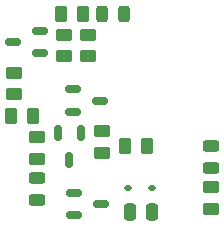
<source format=gtp>
G04 #@! TF.GenerationSoftware,KiCad,Pcbnew,9.0.0*
G04 #@! TF.CreationDate,2025-02-28T23:28:00-08:00*
G04 #@! TF.ProjectId,Constellation Saddle V1.1,436f6e73-7465-46c6-9c61-74696f6e2053,rev?*
G04 #@! TF.SameCoordinates,Original*
G04 #@! TF.FileFunction,Paste,Top*
G04 #@! TF.FilePolarity,Positive*
%FSLAX46Y46*%
G04 Gerber Fmt 4.6, Leading zero omitted, Abs format (unit mm)*
G04 Created by KiCad (PCBNEW 9.0.0) date 2025-02-28 23:28:00*
%MOMM*%
%LPD*%
G01*
G04 APERTURE LIST*
G04 Aperture macros list*
%AMRoundRect*
0 Rectangle with rounded corners*
0 $1 Rounding radius*
0 $2 $3 $4 $5 $6 $7 $8 $9 X,Y pos of 4 corners*
0 Add a 4 corners polygon primitive as box body*
4,1,4,$2,$3,$4,$5,$6,$7,$8,$9,$2,$3,0*
0 Add four circle primitives for the rounded corners*
1,1,$1+$1,$2,$3*
1,1,$1+$1,$4,$5*
1,1,$1+$1,$6,$7*
1,1,$1+$1,$8,$9*
0 Add four rect primitives between the rounded corners*
20,1,$1+$1,$2,$3,$4,$5,0*
20,1,$1+$1,$4,$5,$6,$7,0*
20,1,$1+$1,$6,$7,$8,$9,0*
20,1,$1+$1,$8,$9,$2,$3,0*%
G04 Aperture macros list end*
%ADD10RoundRect,0.243750X0.456250X-0.243750X0.456250X0.243750X-0.456250X0.243750X-0.456250X-0.243750X0*%
%ADD11RoundRect,0.250000X-0.450000X0.262500X-0.450000X-0.262500X0.450000X-0.262500X0.450000X0.262500X0*%
%ADD12RoundRect,0.250000X-0.262500X-0.450000X0.262500X-0.450000X0.262500X0.450000X-0.262500X0.450000X0*%
%ADD13RoundRect,0.112500X-0.187500X-0.112500X0.187500X-0.112500X0.187500X0.112500X-0.187500X0.112500X0*%
%ADD14RoundRect,0.150000X-0.512500X-0.150000X0.512500X-0.150000X0.512500X0.150000X-0.512500X0.150000X0*%
%ADD15RoundRect,0.243750X-0.456250X0.243750X-0.456250X-0.243750X0.456250X-0.243750X0.456250X0.243750X0*%
%ADD16RoundRect,0.243750X0.243750X0.456250X-0.243750X0.456250X-0.243750X-0.456250X0.243750X-0.456250X0*%
%ADD17RoundRect,0.150000X-0.150000X0.512500X-0.150000X-0.512500X0.150000X-0.512500X0.150000X0.512500X0*%
%ADD18RoundRect,0.250000X0.450000X-0.262500X0.450000X0.262500X-0.450000X0.262500X-0.450000X-0.262500X0*%
%ADD19RoundRect,0.150000X0.512500X0.150000X-0.512500X0.150000X-0.512500X-0.150000X0.512500X-0.150000X0*%
%ADD20RoundRect,0.250000X-0.250000X-0.475000X0.250000X-0.475000X0.250000X0.475000X-0.250000X0.475000X0*%
G04 APERTURE END LIST*
D10*
X58540000Y-23425002D03*
X58540000Y-21550000D03*
D11*
X64050000Y-17567500D03*
X64050000Y-19392500D03*
X56560000Y-12630000D03*
X56560000Y-14455000D03*
D12*
X60600000Y-7620000D03*
X62425000Y-7620000D03*
D11*
X58540000Y-18095000D03*
X58540000Y-19920000D03*
D13*
X66202500Y-22360000D03*
X68302500Y-22360000D03*
D14*
X61622500Y-14047501D03*
X61622500Y-15947499D03*
X63897500Y-14997500D03*
D15*
X73240000Y-18844998D03*
X73240000Y-20720000D03*
D16*
X65927501Y-7620000D03*
X64052499Y-7620000D03*
D17*
X62232499Y-17722500D03*
X60332501Y-17722500D03*
X61282500Y-19997500D03*
D14*
X61682500Y-22820001D03*
X61682500Y-24719999D03*
X63957500Y-23770000D03*
D18*
X62820000Y-11242500D03*
X62820000Y-9417500D03*
D12*
X66007500Y-18850000D03*
X67832500Y-18850000D03*
D11*
X60800000Y-9417500D03*
X60800000Y-11242500D03*
D12*
X56377500Y-16260000D03*
X58202500Y-16260000D03*
D18*
X73240000Y-24175000D03*
X73240000Y-22350000D03*
D19*
X58797499Y-10989999D03*
X58797499Y-9090001D03*
X56522499Y-10040000D03*
D20*
X66380000Y-24430000D03*
X68280000Y-24430000D03*
M02*

</source>
